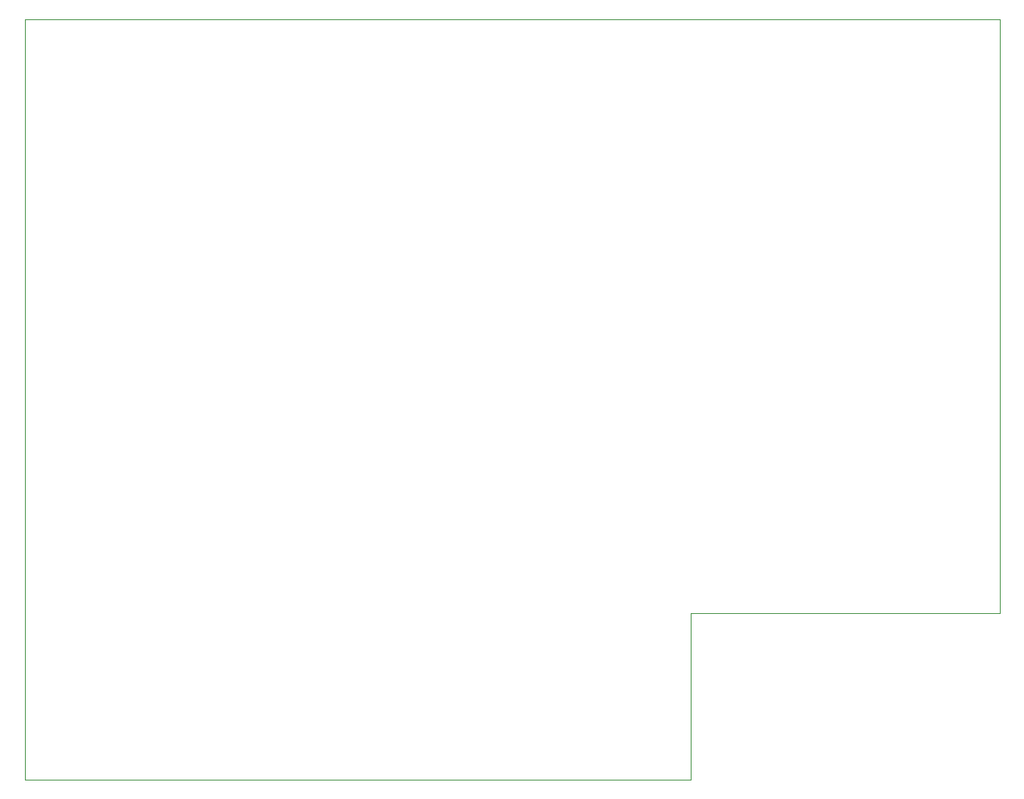
<source format=gm1>
G04 #@! TF.GenerationSoftware,KiCad,Pcbnew,7.0.7*
G04 #@! TF.CreationDate,2023-09-24T13:56:50+10:00*
G04 #@! TF.ProjectId,fyp_nubots_ssl,6679705f-6e75-4626-9f74-735f73736c2e,rev?*
G04 #@! TF.SameCoordinates,Original*
G04 #@! TF.FileFunction,Profile,NP*
%FSLAX46Y46*%
G04 Gerber Fmt 4.6, Leading zero omitted, Abs format (unit mm)*
G04 Created by KiCad (PCBNEW 7.0.7) date 2023-09-24 13:56:50*
%MOMM*%
%LPD*%
G01*
G04 APERTURE LIST*
G04 #@! TA.AperFunction,Profile*
%ADD10C,0.100000*%
G04 #@! TD*
G04 APERTURE END LIST*
D10*
X175000000Y-115000000D02*
X142500000Y-115000000D01*
X142500000Y-132500000D01*
X72500000Y-132500000D01*
X72500000Y-52500000D01*
X175000000Y-52500000D01*
X175000000Y-115000000D01*
M02*

</source>
